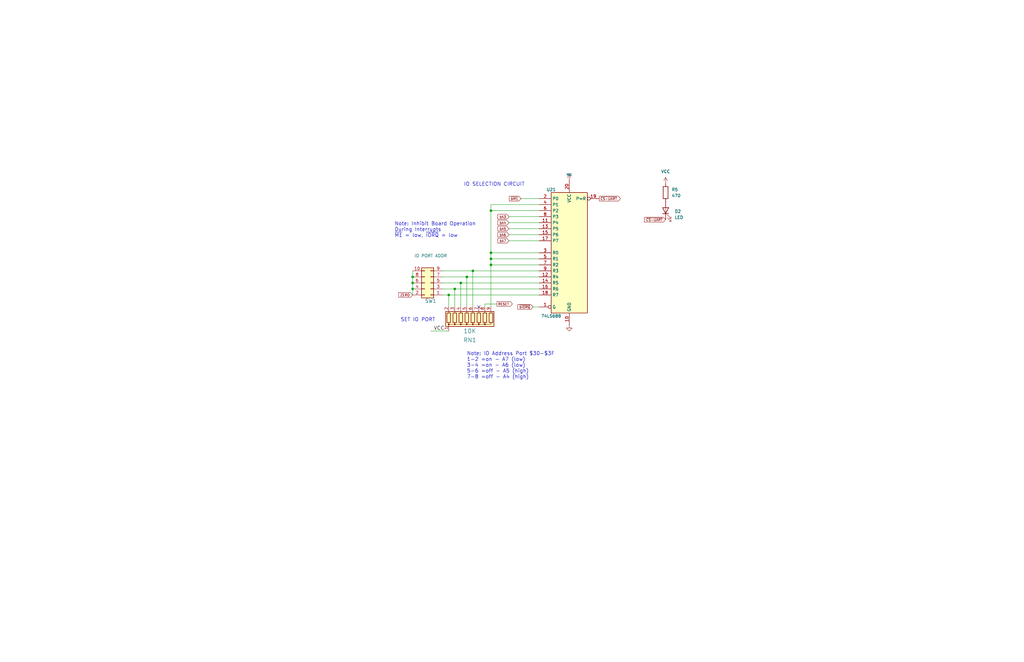
<source format=kicad_sch>
(kicad_sch (version 20211123) (generator eeschema)
  (paper "B")
  (lib_symbols
    (symbol "74xx:74LS688"
      (property "Reference" "U" (at -7.62 26.67 0))
      (property "Value" "74LS688" (at -7.62 -26.67 0))
      (symbol "74LS688_1_0"
        (pin input inverted (at -12.7 -22.86 0) (length 5.08) (name "G") (number "1"))
        (pin power_in line (at 0 -30.48 90) (length 5.08) (name "GND") (number "10"))
        (pin input line (at -12.7 12.7 0) (length 5.08) (name "P4") (number "11"))
        (pin input line (at -12.7 -10.16 0) (length 5.08) (name "R4") (number "12"))
        (pin input line (at -12.7 10.16 0) (length 5.08) (name "P5") (number "13"))
        (pin input line (at -12.7 -12.7 0) (length 5.08) (name "R5") (number "14"))
        (pin input line (at -12.7 7.62 0) (length 5.08) (name "P6") (number "15"))
        (pin input line (at -12.7 -15.24 0) (length 5.08) (name "R6") (number "16"))
        (pin input line (at -12.7 5.08 0) (length 5.08) (name "P7") (number "17"))
        (pin input line (at -12.7 -17.78 0) (length 5.08) (name "R7") (number "18"))
        (pin output inverted (at 12.7 22.86 180) (length 5.08) (name "P=R") (number "19"))
        (pin input line (at -12.7 22.86 0) (length 5.08) (name "P0") (number "2"))
        (pin power_in line (at 0 30.48 270) (length 5.08) (name "VCC") (number "20"))
        (pin input line (at -12.7 0 0) (length 5.08) (name "R0") (number "3"))
        (pin input line (at -12.7 20.32 0) (length 5.08) (name "P1") (number "4"))
        (pin input line (at -12.7 -2.54 0) (length 5.08) (name "R1") (number "5"))
        (pin input line (at -12.7 17.78 0) (length 5.08) (name "P2") (number "6"))
        (pin input line (at -12.7 -5.08 0) (length 5.08) (name "R2") (number "7"))
        (pin input line (at -12.7 15.24 0) (length 5.08) (name "P3") (number "8"))
        (pin input line (at -12.7 -7.62 0) (length 5.08) (name "R3") (number "9"))
      )
      (symbol "74LS688_1_1"
        (rectangle (start -7.62 25.4) (end 7.62 -25.4) (stroke (width 0.254)) (fill (type background)))
      )
    )
    (symbol "Connector_Generic:Conn_02x05_Odd_Even" (pin_names (offset 1.016) hide)
      (property "Reference" "J" (at 1.27 7.62 0))
      (property "Value" "Conn_02x05_Odd_Even" (at 1.27 -7.62 0))
      (symbol "Conn_02x05_Odd_Even_1_1"
        (rectangle (start -1.27 -4.953) (end 0 -5.207) (stroke (width 0.1524)))
        (rectangle (start -1.27 -2.413) (end 0 -2.667) (stroke (width 0.1524)))
        (rectangle (start -1.27 0.127) (end 0 -0.127) (stroke (width 0.1524)))
        (rectangle (start -1.27 2.667) (end 0 2.413) (stroke (width 0.1524)))
        (rectangle (start -1.27 5.207) (end 0 4.953) (stroke (width 0.1524)))
        (rectangle (start -1.27 6.35) (end 3.81 -6.35) (stroke (width 0.254)) (fill (type background)))
        (rectangle (start 3.81 -4.953) (end 2.54 -5.207) (stroke (width 0.1524)))
        (rectangle (start 3.81 -2.413) (end 2.54 -2.667) (stroke (width 0.1524)))
        (rectangle (start 3.81 0.127) (end 2.54 -0.127) (stroke (width 0.1524)))
        (rectangle (start 3.81 2.667) (end 2.54 2.413) (stroke (width 0.1524)))
        (rectangle (start 3.81 5.207) (end 2.54 4.953) (stroke (width 0.1524)))
        (pin passive line (at -5.08 5.08 0) (length 3.81) (name "Pin_1") (number "1"))
        (pin passive line (at 7.62 -5.08 180) (length 3.81) (name "Pin_10") (number "10"))
        (pin passive line (at 7.62 5.08 180) (length 3.81) (name "Pin_2") (number "2"))
        (pin passive line (at -5.08 2.54 0) (length 3.81) (name "Pin_3") (number "3"))
        (pin passive line (at 7.62 2.54 180) (length 3.81) (name "Pin_4") (number "4"))
        (pin passive line (at -5.08 0 0) (length 3.81) (name "Pin_5") (number "5"))
        (pin passive line (at 7.62 0 180) (length 3.81) (name "Pin_6") (number "6"))
        (pin passive line (at -5.08 -2.54 0) (length 3.81) (name "Pin_7") (number "7"))
        (pin passive line (at 7.62 -2.54 180) (length 3.81) (name "Pin_8") (number "8"))
        (pin passive line (at -5.08 -5.08 0) (length 3.81) (name "Pin_9") (number "9"))
      )
    )
    (symbol "Device:LED" (pin_numbers hide) (pin_names (offset 1.016) hide)
      (property "Reference" "D" (at 0 2.54 0))
      (property "Value" "LED" (at 0 -2.54 0))
      (symbol "LED_0_1"
        (polyline (pts (xy -1.27 -1.27) (xy -1.27 1.27)) (stroke (width 0.254)))
        (polyline (pts (xy -1.27 0) (xy 1.27 0)))
        (polyline (pts (xy 1.27 -1.27) (xy 1.27 1.27) (xy -1.27 0) (xy 1.27 -1.27)) (stroke (width 0.254)))
        (polyline (pts (xy -3.048 -0.762) (xy -4.572 -2.286) (xy -3.81 -2.286) (xy -4.572 -2.286) (xy -4.572 -1.524)))
        (polyline (pts (xy -1.778 -0.762) (xy -3.302 -2.286) (xy -2.54 -2.286) (xy -3.302 -2.286) (xy -3.302 -1.524)))
      )
      (symbol "LED_1_1"
        (pin passive line (at -3.81 0 0) (length 2.54) (name "K") (number "1"))
        (pin passive line (at 3.81 0 180) (length 2.54) (name "A") (number "2"))
      )
    )
    (symbol "Device:R" (pin_numbers hide) (pin_names (offset 0))
      (property "Reference" "R" (at 2.032 0 90))
      (property "Value" "R" (at 0 0 90))
      (symbol "R_0_1"
        (rectangle (start -1.016 -2.54) (end 1.016 2.54) (stroke (width 0.254)))
      )
      (symbol "R_1_1"
        (pin passive line (at 0 3.81 270) (length 1.27) (name "~") (number "1"))
        (pin passive line (at 0 -3.81 90) (length 1.27) (name "~") (number "2"))
      )
    )
    (symbol "Device:R_Network08" (pin_names (offset 0) hide)
      (property "Reference" "RN" (at -12.7 0 90))
      (property "Value" "R_Network08" (at 10.16 0 90))
      (symbol "R_Network08_0_1"
        (rectangle (start -11.43 -3.175) (end 8.89 3.175) (stroke (width 0.254)) (fill (type background)))
        (rectangle (start -10.922 1.524) (end -9.398 -2.54) (stroke (width 0.254)))
        (circle (center -10.16 2.286) (radius 0.254) (fill (type outline)))
        (rectangle (start -8.382 1.524) (end -6.858 -2.54) (stroke (width 0.254)))
        (circle (center -7.62 2.286) (radius 0.254) (fill (type outline)))
        (rectangle (start -5.842 1.524) (end -4.318 -2.54) (stroke (width 0.254)))
        (circle (center -5.08 2.286) (radius 0.254) (fill (type outline)))
        (rectangle (start -3.302 1.524) (end -1.778 -2.54) (stroke (width 0.254)))
        (circle (center -2.54 2.286) (radius 0.254) (fill (type outline)))
        (rectangle (start -0.762 1.524) (end 0.762 -2.54) (stroke (width 0.254)))
        (polyline (pts (xy -10.16 -2.54) (xy -10.16 -3.81)))
        (polyline (pts (xy -7.62 -2.54) (xy -7.62 -3.81)))
        (polyline (pts (xy -5.08 -2.54) (xy -5.08 -3.81)))
        (polyline (pts (xy -2.54 -2.54) (xy -2.54 -3.81)))
        (polyline (pts (xy 0 -2.54) (xy 0 -3.81)))
        (polyline (pts (xy 2.54 -2.54) (xy 2.54 -3.81)))
        (polyline (pts (xy 5.08 -2.54) (xy 5.08 -3.81)))
        (polyline (pts (xy 7.62 -2.54) (xy 7.62 -3.81)))
        (polyline (pts (xy -10.16 1.524) (xy -10.16 2.286) (xy -7.62 2.286) (xy -7.62 1.524)))
        (polyline (pts (xy -7.62 1.524) (xy -7.62 2.286) (xy -5.08 2.286) (xy -5.08 1.524)))
        (polyline (pts (xy -5.08 1.524) (xy -5.08 2.286) (xy -2.54 2.286) (xy -2.54 1.524)))
        (polyline (pts (xy -2.54 1.524) (xy -2.54 2.286) (xy 0 2.286) (xy 0 1.524)))
        (polyline (pts (xy 0 1.524) (xy 0 2.286) (xy 2.54 2.286) (xy 2.54 1.524)))
        (polyline (pts (xy 2.54 1.524) (xy 2.54 2.286) (xy 5.08 2.286) (xy 5.08 1.524)))
        (polyline (pts (xy 5.08 1.524) (xy 5.08 2.286) (xy 7.62 2.286) (xy 7.62 1.524)))
        (circle (center 0 2.286) (radius 0.254) (fill (type outline)))
        (rectangle (start 1.778 1.524) (end 3.302 -2.54) (stroke (width 0.254)))
        (circle (center 2.54 2.286) (radius 0.254) (fill (type outline)))
        (rectangle (start 4.318 1.524) (end 5.842 -2.54) (stroke (width 0.254)))
        (circle (center 5.08 2.286) (radius 0.254) (fill (type outline)))
        (rectangle (start 6.858 1.524) (end 8.382 -2.54) (stroke (width 0.254)))
      )
      (symbol "R_Network08_1_1"
        (pin passive line (at -10.16 5.08 270) (length 2.54) (name "common") (number "1"))
        (pin passive line (at -10.16 -5.08 90) (length 1.27) (name "R1") (number "2"))
        (pin passive line (at -7.62 -5.08 90) (length 1.27) (name "R2") (number "3"))
        (pin passive line (at -5.08 -5.08 90) (length 1.27) (name "R3") (number "4"))
        (pin passive line (at -2.54 -5.08 90) (length 1.27) (name "R4") (number "5"))
        (pin passive line (at 0 -5.08 90) (length 1.27) (name "R5") (number "6"))
        (pin passive line (at 2.54 -5.08 90) (length 1.27) (name "R6") (number "7"))
        (pin passive line (at 5.08 -5.08 90) (length 1.27) (name "R7") (number "8"))
        (pin passive line (at 7.62 -5.08 90) (length 1.27) (name "R8") (number "9"))
      )
    )
    (symbol "power:GND" (power) (pin_names (offset 0))
      (property "Value" "GND" (at 0 -3.81 0))
      (symbol "GND_0_1"
        (polyline (pts (xy 0 0) (xy 0 -1.27) (xy 1.27 -1.27) (xy 0 -2.54) (xy -1.27 -1.27) (xy 0 -1.27)))
      )
      (symbol "GND_1_1"
        (pin power_in line (at 0 0 270) (length 0) hide (name "GND") (number "1"))
      )
    )
    (symbol "power:VCC" (power) (pin_names (offset 0))
      (property "Value" "VCC" (at 0 3.81 0))
      (symbol "VCC_0_1"
        (polyline (pts (xy -0.762 1.27) (xy 0 2.54)))
        (polyline (pts (xy 0 0) (xy 0 2.54)))
        (polyline (pts (xy 0 2.54) (xy 0.762 1.27)))
      )
      (symbol "VCC_1_1"
        (pin power_in line (at 0 0 90) (length 0) hide (name "VCC") (number "1"))
      )
    )
  )
  (junction (at 173.99 116.84))
  (junction (at 173.99 121.92))
  (junction (at 207.01 109.22))
  (junction (at 191.77 121.92))
  (junction (at 199.39 114.3))
  (junction (at 207.01 106.68))
  (junction (at 194.31 119.38))
  (junction (at 189.23 124.46))
  (junction (at 173.99 119.38))
  (junction (at 207.01 111.76))
  (junction (at 207.01 88.9))
  (junction (at 196.85 116.84))
  (no_connect (at 201.93 129.54))
  (wire (pts (xy 219.71 83.82) (xy 227.33 83.82)))
  (wire (pts (xy 204.47 129.54) (xy 204.47 128.27)))
  (wire (pts (xy 173.99 116.84) (xy 173.99 119.38)))
  (wire (pts (xy 194.31 119.38) (xy 227.33 119.38)))
  (wire (pts (xy 186.69 121.92) (xy 191.77 121.92)))
  (wire (pts (xy 189.23 129.54) (xy 189.23 124.46)))
  (wire (pts (xy 191.77 121.92) (xy 227.33 121.92)))
  (wire (pts (xy 204.47 128.27) (xy 209.55 128.27)))
  (wire (pts (xy 227.33 86.36) (xy 207.01 86.36)))
  (wire (pts (xy 173.99 121.92) (xy 173.99 124.46)))
  (wire (pts (xy 173.99 114.3) (xy 173.99 116.84)))
  (wire (pts (xy 196.85 129.54) (xy 196.85 116.84)))
  (wire (pts (xy 207.01 111.76) (xy 227.33 111.76)))
  (wire (pts (xy 207.01 106.68) (xy 227.33 106.68)))
  (wire (pts (xy 189.23 124.46) (xy 227.33 124.46)))
  (wire (pts (xy 214.63 99.06) (xy 227.33 99.06)))
  (wire (pts (xy 181.61 139.7) (xy 189.23 139.7)))
  (wire (pts (xy 207.01 88.9) (xy 207.01 106.68)))
  (wire (pts (xy 186.69 116.84) (xy 196.85 116.84)))
  (wire (pts (xy 207.01 111.76) (xy 207.01 109.22)))
  (wire (pts (xy 173.99 119.38) (xy 173.99 121.92)))
  (wire (pts (xy 186.69 119.38) (xy 194.31 119.38)))
  (wire (pts (xy 199.39 114.3) (xy 227.33 114.3)))
  (wire (pts (xy 207.01 111.76) (xy 207.01 129.54)))
  (wire (pts (xy 207.01 86.36) (xy 207.01 88.9)))
  (wire (pts (xy 194.31 129.54) (xy 194.31 119.38)))
  (wire (pts (xy 207.01 109.22) (xy 207.01 106.68)))
  (wire (pts (xy 186.69 114.3) (xy 199.39 114.3)))
  (wire (pts (xy 214.63 93.98) (xy 227.33 93.98)))
  (wire (pts (xy 207.01 88.9) (xy 227.33 88.9)))
  (wire (pts (xy 214.63 96.52) (xy 227.33 96.52)))
  (wire (pts (xy 199.39 114.3) (xy 199.39 129.54)))
  (wire (pts (xy 214.63 101.6) (xy 227.33 101.6)))
  (wire (pts (xy 191.77 129.54) (xy 191.77 121.92)))
  (wire (pts (xy 207.01 109.22) (xy 227.33 109.22)))
  (wire (pts (xy 214.63 91.44) (xy 227.33 91.44)))
  (wire (pts (xy 196.85 116.84) (xy 227.33 116.84)))
  (wire (pts (xy 227.33 129.54) (xy 224.79 129.54)))
  (wire (pts (xy 186.69 124.46) (xy 189.23 124.46)))
  (text "SET IO PORT" (at 168.91 135.89 0) (effects (font (size 1.524 1.524)) (justify left bottom)))
  (text "Note: IO Address Port $30-$3F\n1-2 =on - A7 (low)\n3-4 =on - A6 (low)\n5-6 =off - A5 (high)\n7-8 =off - A4 (high)" (at 196.85 160.02 0) (effects (font (size 1.524 1.524)) (justify left bottom)))
  (text "IO SELECTION CIRCUIT" (at 195.58 78.74 0) (effects (font (size 1.524 1.524)) (justify left bottom)))
  (text "Note: Inhibit Board Operation\nDuring Interrupts\n~{M1} = low, ~{IORQ} = low" (at 166.37 100.33 0) (effects (font (size 1.524 1.524)) (justify left bottom)))
  (label "VCC" (at 182.88 139.7 0) (effects (font (size 1.524 1.524))))
  (global_label "~{CS-UART}" (shape input) (at 280.67 92.71 180) (effects (font (size 1.016 1.016))) (property "Intersheet References" "${INTERSHEET_REFS}" (effects hide)))
  (global_label "~{CS-UART}" (shape output) (at 252.73 83.82 0) (effects (font (size 1.016 1.016))) (property "Intersheet References" "${INTERSHEET_REFS}" (effects hide)))
  (global_label "bA3" (shape input) (at 214.63 91.44 180) (effects (font (size 1.016 1.016))) (property "Intersheet References" "${INTERSHEET_REFS}" (effects hide)))
  (global_label "bA4" (shape input) (at 214.63 93.98 180) (effects (font (size 1.016 1.016))) (property "Intersheet References" "${INTERSHEET_REFS}" (effects hide)))
  (global_label "bA6" (shape input) (at 214.63 99.06 180) (effects (font (size 1.016 1.016))) (property "Intersheet References" "${INTERSHEET_REFS}" (effects hide)))
  (global_label "~{bIORQ}" (shape input) (at 224.79 129.54 180) (effects (font (size 1.016 1.016))) (property "Intersheet References" "${INTERSHEET_REFS}" (effects hide)))
  (global_label "ZERO" (shape input) (at 173.99 124.46 180) (effects (font (size 1.016 1.016))) (property "Intersheet References" "${INTERSHEET_REFS}" (effects hide)))
  (global_label "bA5" (shape input) (at 214.63 96.52 180) (effects (font (size 1.016 1.016))) (property "Intersheet References" "${INTERSHEET_REFS}" (effects hide)))
  (global_label "bA7" (shape input) (at 214.63 101.6 180) (effects (font (size 1.016 1.016))) (property "Intersheet References" "${INTERSHEET_REFS}" (effects hide)))
  (global_label "~{bM1}" (shape input) (at 219.71 83.82 180) (effects (font (size 1.016 1.016))) (property "Intersheet References" "${INTERSHEET_REFS}" (effects hide)))
  (global_label "RESET" (shape output) (at 209.55 128.27 0) (effects (font (size 1.016 1.016))) (property "Intersheet References" "${INTERSHEET_REFS}" (effects hide)))
  (symbol (lib_id "Connector_Generic:Conn_02x05_Odd_Even") (at 181.61 119.38 180) (unit 1)
    (property "Reference" "SW1" (at 181.61 127 0) (effects (font (size 1.524 1.524))))
    (property "Value" "IO PORT ADDR" (at 181.61 107.95 0))
    (property "Footprint" "Connector_PinHeader_2.54mm:PinHeader_2x05_P2.54mm_Vertical" (effects hide))
  )
  (symbol (lib_id "power:VCC") (at 240.03 76.2 0) (unit 1)
    (property "Reference" "#PWR059" (effects hide))
    (property "Value" "VCC" (at 240.03 73.66 0) (effects (font (size 0.762 0.762))))
  )
  (symbol (lib_id "74xx:74LS688") (at 240.03 106.68 0) (unit 1)
    (property "Reference" "U21" (at 232.41 80.01 0))
    (property "Value" "74LS688" (at 232.41 133.35 0))
    (property "Footprint" "Package_DIP:DIP-20_W7.62mm" (effects hide))
    (property "Datasheet" "http://www.ti.com/lit/gpn/sn74LS688" (effects hide))
  )
  (symbol (lib_id "Device:R_Network08") (at 199.39 134.62 0) (mirror x) (unit 1)
    (property "Reference" "RN1" (at 198.12 143.51 0) (effects (font (size 1.778 1.778))))
    (property "Value" "10K" (at 198.12 139.7 0) (effects (font (size 1.778 1.778))))
    (property "Footprint" "Resistor_THT:R_Array_SIP9" (effects hide))
    (property "Datasheet" "http://www.vishay.com/docs/31509/csc.pdf" (effects hide))
  )
  (symbol (lib_id "power:GND") (at 240.03 137.16 0) (unit 1)
    (property "Reference" "#PWR060" (effects hide))
    (property "Value" "GND" (effects hide))
  )
  (symbol (lib_id "power:VCC") (at 280.67 77.47 0) (unit 1)
    (property "Reference" "#PWR08" (effects hide))
    (property "Value" "VCC" (at 280.67 72.39 0))
  )
  (symbol (lib_id "Device:R") (at 280.67 81.28 0) (unit 1)
    (property "Reference" "R5" (at 283.21 80.0099 0) (effects (justify left)))
    (property "Value" "470" (at 283.21 82.5499 0) (effects (justify left)))
    (property "Footprint" "Resistor_THT:R_Axial_DIN0207_L6.3mm_D2.5mm_P7.62mm_Horizontal" (effects hide))
  )
  (symbol (lib_id "Device:LED") (at 280.67 88.9 90) (unit 1)
    (property "Reference" "D2" (at 284.48 89.2174 90) (effects (justify right)))
    (property "Value" "LED" (at 284.48 91.7574 90) (effects (justify right)))
    (property "Footprint" "LED_THT:LED_D3.0mm_Horizontal_O3.81mm_Z2.0mm" (effects hide))
  )
)
</source>
